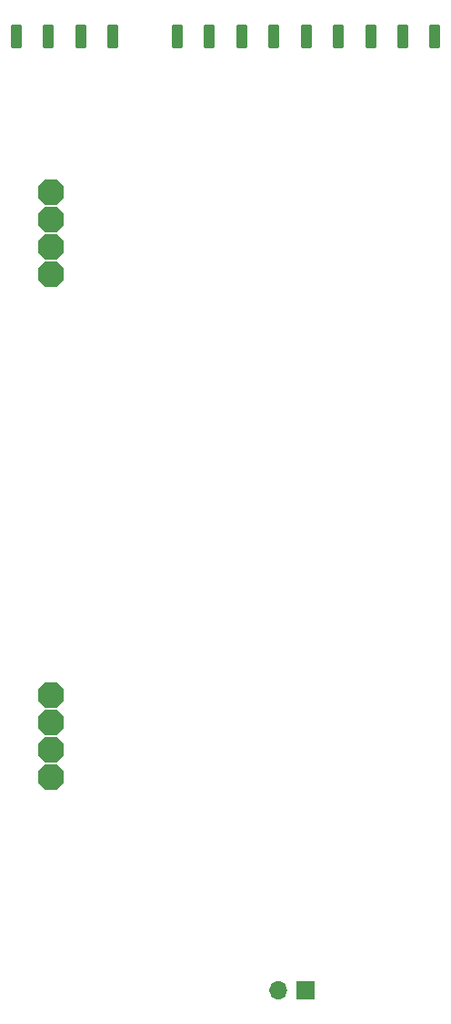
<source format=gbr>
%TF.GenerationSoftware,KiCad,Pcbnew,(6.0.1)*%
%TF.CreationDate,2022-01-31T09:22:11+01:00*%
%TF.ProjectId,GRIPPER_TWO_ADVANCED_CONECTION_BOARD,47524950-5045-4525-9f54-574f5f414456,rev?*%
%TF.SameCoordinates,Original*%
%TF.FileFunction,Soldermask,Bot*%
%TF.FilePolarity,Negative*%
%FSLAX46Y46*%
G04 Gerber Fmt 4.6, Leading zero omitted, Abs format (unit mm)*
G04 Created by KiCad (PCBNEW (6.0.1)) date 2022-01-31 09:22:11*
%MOMM*%
%LPD*%
G01*
G04 APERTURE LIST*
G04 Aperture macros list*
%AMRoundRect*
0 Rectangle with rounded corners*
0 $1 Rounding radius*
0 $2 $3 $4 $5 $6 $7 $8 $9 X,Y pos of 4 corners*
0 Add a 4 corners polygon primitive as box body*
4,1,4,$2,$3,$4,$5,$6,$7,$8,$9,$2,$3,0*
0 Add four circle primitives for the rounded corners*
1,1,$1+$1,$2,$3*
1,1,$1+$1,$4,$5*
1,1,$1+$1,$6,$7*
1,1,$1+$1,$8,$9*
0 Add four rect primitives between the rounded corners*
20,1,$1+$1,$2,$3,$4,$5,0*
20,1,$1+$1,$4,$5,$6,$7,0*
20,1,$1+$1,$6,$7,$8,$9,0*
20,1,$1+$1,$8,$9,$2,$3,0*%
%AMFreePoly0*
4,1,25,0.599469,1.161696,0.611592,1.151342,1.151342,0.611592,1.179849,0.555644,1.181100,0.539750,1.181100,-0.539750,1.161696,-0.599469,1.151342,-0.611592,0.611592,-1.151342,0.555644,-1.179849,0.539750,-1.181100,-0.539750,-1.181100,-0.599469,-1.161696,-0.611592,-1.151342,-1.151342,-0.611592,-1.179849,-0.555644,-1.181100,-0.539750,-1.181100,0.539750,-1.161696,0.599469,-1.151342,0.611592,
-0.611592,1.151342,-0.555644,1.179849,-0.539750,1.181100,0.539750,1.181100,0.599469,1.161696,0.599469,1.161696,$1*%
G04 Aperture macros list end*
%ADD10RoundRect,0.101600X-0.400000X-1.000000X0.400000X-1.000000X0.400000X1.000000X-0.400000X1.000000X0*%
%ADD11R,1.700000X1.700000*%
%ADD12O,1.700000X1.700000*%
%ADD13FreePoly0,0.000000*%
G04 APERTURE END LIST*
D10*
%TO.C,MOTOR_2*%
X151300000Y-60300000D03*
%TD*%
D11*
%TO.C,J1*%
X169275000Y-149000000D03*
D12*
X166735000Y-149000000D03*
%TD*%
D13*
%TO.C,LSP16*%
X145502000Y-126659900D03*
%TD*%
D10*
%TO.C,12V1*%
X172300000Y-60300000D03*
%TD*%
%TO.C,RS485+1*%
X157300000Y-60300000D03*
%TD*%
%TO.C,MOTOR_1*%
X148300000Y-60300000D03*
%TD*%
%TO.C,RS485-1*%
X160300000Y-60300000D03*
%TD*%
D13*
%TO.C,LSP15*%
X145502000Y-82463900D03*
%TD*%
%TO.C,LSP10*%
X145502000Y-77383900D03*
%TD*%
D10*
%TO.C,RX1*%
X181300000Y-60300000D03*
%TD*%
D13*
%TO.C,LSP14*%
X145502000Y-124119900D03*
%TD*%
%TO.C,LSP13*%
X145502000Y-121579900D03*
%TD*%
%TO.C,LSP11*%
X145502000Y-129199900D03*
%TD*%
D10*
%TO.C,CAN_L1*%
X163300000Y-60300000D03*
%TD*%
%TO.C,PGND1*%
X145300000Y-60300000D03*
%TD*%
%TO.C,CAN_H1*%
X166300000Y-60300000D03*
%TD*%
D13*
%TO.C,LSP12*%
X145502000Y-79923900D03*
%TD*%
D10*
%TO.C,12V_GND1*%
X169300000Y-60300000D03*
%TD*%
%TO.C,TX1*%
X178300000Y-60300000D03*
%TD*%
%TO.C,24V1*%
X142300000Y-60300000D03*
%TD*%
D13*
%TO.C,LSP9*%
X145502000Y-74843900D03*
%TD*%
D10*
%TO.C,SAFETY1*%
X175300000Y-60300000D03*
%TD*%
M02*

</source>
